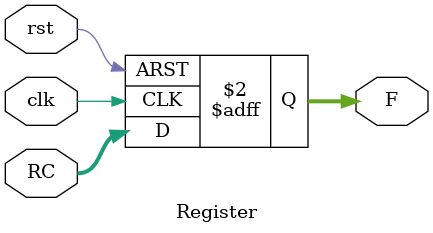
<source format=v>
module Register #(parameter N = 8)(
					input wire clk,
					input wire rst,
					input wire signed [N-1:0] RC,
					output reg signed [N-1:0] F);

	always@(posedge clk or posedge rst)
	begin
		if(rst)
		begin
			F <= 0;
		end
		else
		begin
			F <= RC;
		end
	end
endmodule

</source>
